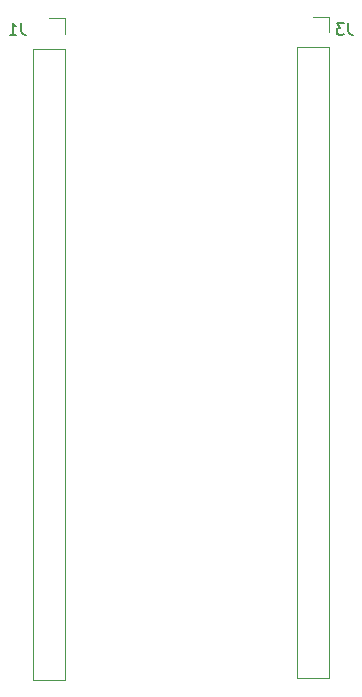
<source format=gbr>
%TF.GenerationSoftware,KiCad,Pcbnew,8.0.3*%
%TF.CreationDate,2024-07-05T15:20:34+05:30*%
%TF.ProjectId,multilayer1,6d756c74-696c-4617-9965-72312e6b6963,rev?*%
%TF.SameCoordinates,Original*%
%TF.FileFunction,Legend,Bot*%
%TF.FilePolarity,Positive*%
%FSLAX46Y46*%
G04 Gerber Fmt 4.6, Leading zero omitted, Abs format (unit mm)*
G04 Created by KiCad (PCBNEW 8.0.3) date 2024-07-05 15:20:34*
%MOMM*%
%LPD*%
G01*
G04 APERTURE LIST*
%ADD10C,0.150000*%
%ADD11C,0.120000*%
G04 APERTURE END LIST*
D10*
X151209333Y-76289819D02*
X151209333Y-77004104D01*
X151209333Y-77004104D02*
X151256952Y-77146961D01*
X151256952Y-77146961D02*
X151352190Y-77242200D01*
X151352190Y-77242200D02*
X151495047Y-77289819D01*
X151495047Y-77289819D02*
X151590285Y-77289819D01*
X150209333Y-77289819D02*
X150780761Y-77289819D01*
X150495047Y-77289819D02*
X150495047Y-76289819D01*
X150495047Y-76289819D02*
X150590285Y-76432676D01*
X150590285Y-76432676D02*
X150685523Y-76527914D01*
X150685523Y-76527914D02*
X150780761Y-76575533D01*
X178895333Y-76289819D02*
X178895333Y-77004104D01*
X178895333Y-77004104D02*
X178942952Y-77146961D01*
X178942952Y-77146961D02*
X179038190Y-77242200D01*
X179038190Y-77242200D02*
X179181047Y-77289819D01*
X179181047Y-77289819D02*
X179276285Y-77289819D01*
X178514380Y-76289819D02*
X177895333Y-76289819D01*
X177895333Y-76289819D02*
X178228666Y-76670771D01*
X178228666Y-76670771D02*
X178085809Y-76670771D01*
X178085809Y-76670771D02*
X177990571Y-76718390D01*
X177990571Y-76718390D02*
X177942952Y-76766009D01*
X177942952Y-76766009D02*
X177895333Y-76861247D01*
X177895333Y-76861247D02*
X177895333Y-77099342D01*
X177895333Y-77099342D02*
X177942952Y-77194580D01*
X177942952Y-77194580D02*
X177990571Y-77242200D01*
X177990571Y-77242200D02*
X178085809Y-77289819D01*
X178085809Y-77289819D02*
X178371523Y-77289819D01*
X178371523Y-77289819D02*
X178466761Y-77242200D01*
X178466761Y-77242200D02*
X178514380Y-77194580D01*
D11*
%TO.C,J1*%
X152213000Y-78486000D02*
X154873000Y-78486000D01*
X152213000Y-131886000D02*
X152213000Y-78486000D01*
X152213000Y-131886000D02*
X154873000Y-131886000D01*
X153543000Y-75886000D02*
X154873000Y-75886000D01*
X154873000Y-75886000D02*
X154873000Y-77216000D01*
X154873000Y-131886000D02*
X154873000Y-78486000D01*
%TO.C,J3*%
X174565000Y-78359000D02*
X177225000Y-78359000D01*
X174565000Y-131759000D02*
X174565000Y-78359000D01*
X174565000Y-131759000D02*
X177225000Y-131759000D01*
X175895000Y-75759000D02*
X177225000Y-75759000D01*
X177225000Y-75759000D02*
X177225000Y-77089000D01*
X177225000Y-131759000D02*
X177225000Y-78359000D01*
%TD*%
M02*

</source>
